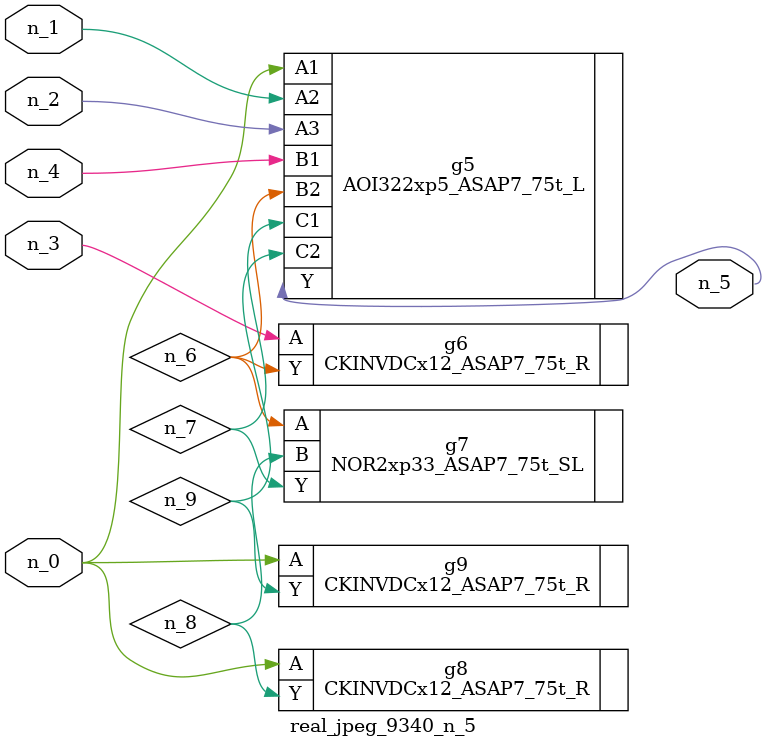
<source format=v>
module real_jpeg_9340_n_5 (n_4, n_0, n_1, n_2, n_3, n_5);

input n_4;
input n_0;
input n_1;
input n_2;
input n_3;

output n_5;

wire n_8;
wire n_6;
wire n_7;
wire n_9;

AOI322xp5_ASAP7_75t_L g5 ( 
.A1(n_0),
.A2(n_1),
.A3(n_2),
.B1(n_4),
.B2(n_6),
.C1(n_7),
.C2(n_9),
.Y(n_5)
);

CKINVDCx12_ASAP7_75t_R g8 ( 
.A(n_0),
.Y(n_8)
);

CKINVDCx12_ASAP7_75t_R g9 ( 
.A(n_0),
.Y(n_9)
);

CKINVDCx12_ASAP7_75t_R g6 ( 
.A(n_3),
.Y(n_6)
);

NOR2xp33_ASAP7_75t_SL g7 ( 
.A(n_6),
.B(n_8),
.Y(n_7)
);


endmodule
</source>
